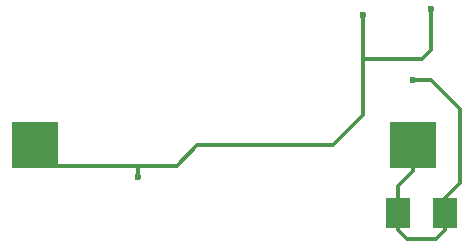
<source format=gbr>
G04 #@! TF.FileFunction,Copper,L2,Bot,Signal*
%FSLAX46Y46*%
G04 Gerber Fmt 4.6, Leading zero omitted, Abs format (unit mm)*
G04 Created by KiCad (PCBNEW 4.0.7-e2-6376~58~ubuntu16.04.1) date Fri Oct 19 14:23:41 2018*
%MOMM*%
%LPD*%
G01*
G04 APERTURE LIST*
%ADD10C,0.100000*%
%ADD11R,4.000000X4.000000*%
%ADD12R,2.000000X2.500000*%
%ADD13C,0.600000*%
%ADD14C,0.300000*%
G04 APERTURE END LIST*
D10*
D11*
X64000000Y-52500000D03*
X96000000Y-52500000D03*
D12*
X98750000Y-58250000D03*
X94750000Y-58250000D03*
D13*
X72750000Y-55250000D03*
X91750000Y-41500000D03*
X97500000Y-41000000D03*
X96000000Y-47000000D03*
D14*
X72750000Y-54250000D02*
X72750000Y-55250000D01*
X80250000Y-52500000D02*
X77750000Y-52500000D01*
X89250000Y-52500000D02*
X80250000Y-52500000D01*
X76000000Y-54250000D02*
X72750000Y-54250000D01*
X72750000Y-54250000D02*
X65750000Y-54250000D01*
X77750000Y-52500000D02*
X76000000Y-54250000D01*
X65750000Y-54250000D02*
X64000000Y-52500000D01*
X64000000Y-52500000D02*
X63750000Y-52500000D01*
X91750000Y-45250000D02*
X91750000Y-50000000D01*
X89250000Y-52500000D02*
X91750000Y-50000000D01*
X91750000Y-45250000D02*
X92500000Y-45250000D01*
X96750000Y-45250000D02*
X92500000Y-45250000D01*
X91750000Y-45250000D02*
X91750000Y-44500000D01*
X91750000Y-44500000D02*
X91750000Y-41500000D01*
X97500000Y-44500000D02*
X96750000Y-45250000D01*
X97500000Y-41000000D02*
X97500000Y-44500000D01*
X98750000Y-58250000D02*
X98750000Y-57000000D01*
X98750000Y-57000000D02*
X100000000Y-55750000D01*
X97500000Y-47000000D02*
X96000000Y-47000000D01*
X100000000Y-49500000D02*
X97500000Y-47000000D01*
X100000000Y-55750000D02*
X100000000Y-49500000D01*
X98750000Y-58250000D02*
X98750000Y-59750000D01*
X94750000Y-59750000D02*
X95500000Y-60500000D01*
X94750000Y-59750000D02*
X94750000Y-58250000D01*
X98000000Y-60500000D02*
X95500000Y-60500000D01*
X98750000Y-59750000D02*
X98000000Y-60500000D01*
X96000000Y-52500000D02*
X96000000Y-54750000D01*
X94750000Y-56000000D02*
X94750000Y-58250000D01*
X96000000Y-54750000D02*
X94750000Y-56000000D01*
M02*

</source>
